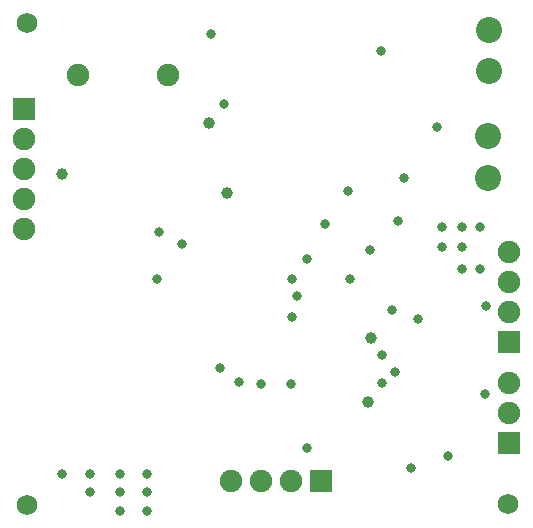
<source format=gbs>
G04*
G04 #@! TF.GenerationSoftware,Altium Limited,Altium Designer,21.6.1 (37)*
G04*
G04 Layer_Color=16711935*
%FSLAX25Y25*%
%MOIN*%
G70*
G04*
G04 #@! TF.SameCoordinates,5AA223CE-A3B5-4ABD-9865-E1F73ECA8A72*
G04*
G04*
G04 #@! TF.FilePolarity,Negative*
G04*
G01*
G75*
%ADD50C,0.08674*%
%ADD51C,0.06800*%
%ADD52C,0.07493*%
%ADD53R,0.07493X0.07493*%
%ADD54R,0.07493X0.07493*%
%ADD55C,0.03162*%
%ADD56C,0.03950*%
D50*
X555709Y383465D02*
D03*
Y369685D02*
D03*
X555512Y348031D02*
D03*
Y334252D02*
D03*
D51*
X401968Y385827D02*
D03*
Y225197D02*
D03*
X562008Y225394D02*
D03*
D52*
X469764Y233071D02*
D03*
X479764D02*
D03*
X489764D02*
D03*
X400787Y347008D02*
D03*
Y337008D02*
D03*
Y327008D02*
D03*
Y317008D02*
D03*
X448819Y368504D02*
D03*
X418898D02*
D03*
X562417Y309536D02*
D03*
Y299536D02*
D03*
Y289536D02*
D03*
X562515Y255748D02*
D03*
Y265748D02*
D03*
D53*
X499772Y233056D02*
D03*
D54*
X400802Y357016D02*
D03*
X562402Y279528D02*
D03*
X562500Y245739D02*
D03*
D55*
X552756Y303937D02*
D03*
X546850D02*
D03*
Y311024D02*
D03*
X540158D02*
D03*
X552756Y317717D02*
D03*
X546850D02*
D03*
X540158D02*
D03*
X509449Y300394D02*
D03*
X495276Y307087D02*
D03*
X491732Y294882D02*
D03*
X490158Y300394D02*
D03*
X453543Y312205D02*
D03*
X445276Y300394D02*
D03*
X467323Y358661D02*
D03*
X462992Y382283D02*
D03*
X527559Y334252D02*
D03*
X508661Y329921D02*
D03*
X501181Y318898D02*
D03*
X519685Y376378D02*
D03*
X538583Y351181D02*
D03*
X542126Y241339D02*
D03*
X554331Y262205D02*
D03*
X554724Y291339D02*
D03*
X532283Y287008D02*
D03*
X529921Y237402D02*
D03*
X520079Y265748D02*
D03*
X495276Y244094D02*
D03*
X422835Y229528D02*
D03*
X432677Y223228D02*
D03*
Y229528D02*
D03*
X441732Y223228D02*
D03*
Y229528D02*
D03*
X413386Y235433D02*
D03*
X422835D02*
D03*
X432677D02*
D03*
X441732D02*
D03*
X523622Y290158D02*
D03*
X525591Y319685D02*
D03*
X516142Y310236D02*
D03*
X490158Y287795D02*
D03*
X489764Y265354D02*
D03*
X472441Y266142D02*
D03*
X466142Y270866D02*
D03*
X445669Y316142D02*
D03*
X524409Y269291D02*
D03*
X520079Y275197D02*
D03*
X479921Y265354D02*
D03*
D56*
X413386Y335433D02*
D03*
X468504Y329134D02*
D03*
X462598Y352362D02*
D03*
X516535Y280709D02*
D03*
X515354Y259449D02*
D03*
M02*

</source>
